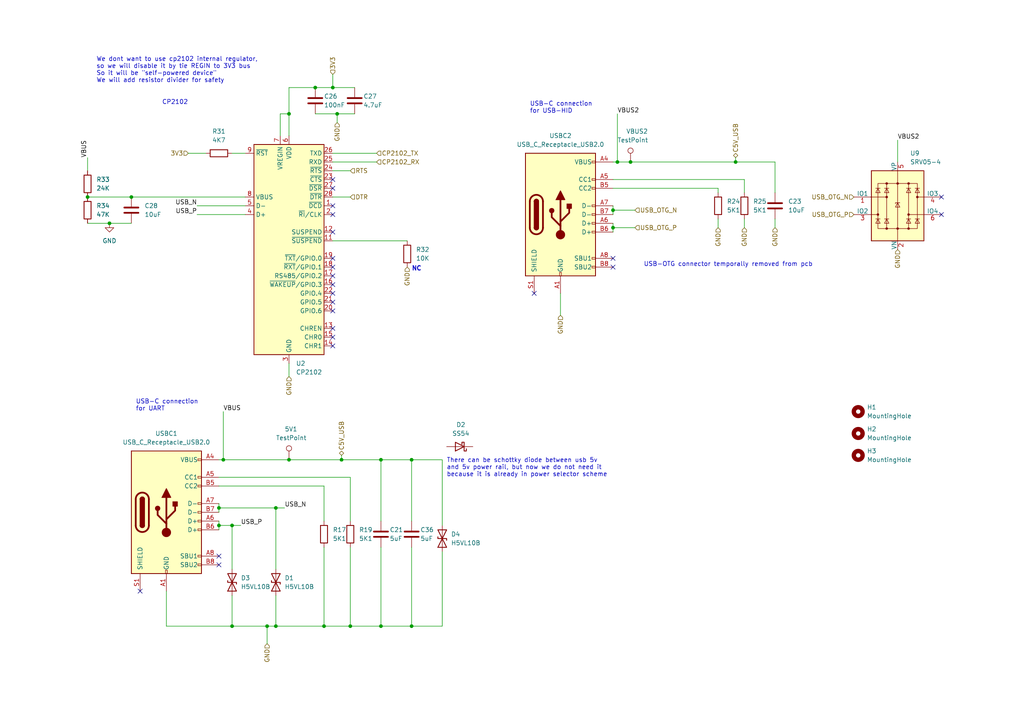
<source format=kicad_sch>
(kicad_sch (version 20230121) (generator eeschema)
  (paper "A4")
  (lib_symbols
    (symbol "Connector:TestPoint" (pin_numbers hide) (pin_names (offset 0.762) hide)
      (property "Reference" "TP" (at 0 6.858 0))
      (property "Value" "TestPoint" (at 0 5.08 0))
      (symbol "TestPoint_0_1"
        (circle (center 0 3.302) (radius 0.762))
      )
      (symbol "TestPoint_1_1"
        (pin passive line (at 0 0 90) (length 2.54) (name "1") (number "1"))
      )
    )
    (symbol "Connector:USB_C_Receptacle_USB2.0" (pin_names (offset 1.016))
      (property "Reference" "J" (at -10.16 19.05 0))
      (property "Value" "USB_C_Receptacle_USB2.0" (at 19.05 19.05 0))
      (symbol "USB_C_Receptacle_USB2.0_0_0"
        (rectangle (start -0.254 -17.78) (end 0.254 -16.764))
        (rectangle (start 10.16 -14.986) (end 9.144 -15.494))
        (rectangle (start 10.16 -12.446) (end 9.144 -12.954))
        (rectangle (start 10.16 -4.826) (end 9.144 -5.334))
        (rectangle (start 10.16 -2.286) (end 9.144 -2.794))
        (rectangle (start 10.16 0.254) (end 9.144 -0.254))
        (rectangle (start 10.16 2.794) (end 9.144 2.286))
        (rectangle (start 10.16 7.874) (end 9.144 7.366))
        (rectangle (start 10.16 10.414) (end 9.144 9.906))
        (rectangle (start 10.16 15.494) (end 9.144 14.986))
      )
      (symbol "USB_C_Receptacle_USB2.0_0_1"
        (rectangle (start -10.16 17.78) (end 10.16 -17.78) (stroke (width 0.254)) (fill (type background)))
        (arc (start -8.89 -3.81) (mid -6.985 -5.7067) (end -5.08 -3.81) (stroke (width 0.508)))
        (arc (start -7.62 -3.81) (mid -6.985 -4.4423) (end -6.35 -3.81) (stroke (width 0.254)))
        (arc (start -7.62 -3.81) (mid -6.985 -4.4423) (end -6.35 -3.81) (stroke (width 0.254)) (fill (type outline)))
        (rectangle (start -7.62 -3.81) (end -6.35 3.81) (stroke (width 0.254)) (fill (type outline)))
        (arc (start -6.35 3.81) (mid -6.985 4.4423) (end -7.62 3.81) (stroke (width 0.254)))
        (arc (start -6.35 3.81) (mid -6.985 4.4423) (end -7.62 3.81) (stroke (width 0.254)) (fill (type outline)))
        (arc (start -5.08 3.81) (mid -6.985 5.7067) (end -8.89 3.81) (stroke (width 0.508)))
        (circle (center -2.54 1.143) (radius 0.635) (stroke (width 0.254)) (fill (type outline)))
        (circle (center 0 -5.842) (radius 1.27) (fill (type outline)))
        (polyline (pts (xy -8.89 -3.81) (xy -8.89 3.81)) (stroke (width 0.508)))
        (polyline (pts (xy -5.08 3.81) (xy -5.08 -3.81)) (stroke (width 0.508)))
        (polyline (pts (xy 0 -5.842) (xy 0 4.318)) (stroke (width 0.508)))
        (polyline (pts (xy 0 -3.302) (xy -2.54 -0.762) (xy -2.54 0.508)) (stroke (width 0.508)))
        (polyline (pts (xy 0 -2.032) (xy 2.54 0.508) (xy 2.54 1.778)) (stroke (width 0.508)))
        (polyline (pts (xy -1.27 4.318) (xy 0 6.858) (xy 1.27 4.318) (xy -1.27 4.318)) (stroke (width 0.254)) (fill (type outline)))
        (rectangle (start 1.905 1.778) (end 3.175 3.048) (stroke (width 0.254)) (fill (type outline)))
      )
      (symbol "USB_C_Receptacle_USB2.0_1_1"
        (pin passive line (at 0 -22.86 90) (length 5.08) (name "GND") (number "A1"))
        (pin passive line (at 0 -22.86 90) (length 5.08) hide (name "GND") (number "A12"))
        (pin passive line (at 15.24 15.24 180) (length 5.08) (name "VBUS") (number "A4"))
        (pin bidirectional line (at 15.24 10.16 180) (length 5.08) (name "CC1") (number "A5"))
        (pin bidirectional line (at 15.24 -2.54 180) (length 5.08) (name "D+") (number "A6"))
        (pin bidirectional line (at 15.24 2.54 180) (length 5.08) (name "D-") (number "A7"))
        (pin bidirectional line (at 15.24 -12.7 180) (length 5.08) (name "SBU1") (number "A8"))
        (pin passive line (at 15.24 15.24 180) (length 5.08) hide (name "VBUS") (number "A9"))
        (pin passive line (at 0 -22.86 90) (length 5.08) hide (name "GND") (number "B1"))
        (pin passive line (at 0 -22.86 90) (length 5.08) hide (name "GND") (number "B12"))
        (pin passive line (at 15.24 15.24 180) (length 5.08) hide (name "VBUS") (number "B4"))
        (pin bidirectional line (at 15.24 7.62 180) (length 5.08) (name "CC2") (number "B5"))
        (pin bidirectional line (at 15.24 -5.08 180) (length 5.08) (name "D+") (number "B6"))
        (pin bidirectional line (at 15.24 0 180) (length 5.08) (name "D-") (number "B7"))
        (pin bidirectional line (at 15.24 -15.24 180) (length 5.08) (name "SBU2") (number "B8"))
        (pin passive line (at 15.24 15.24 180) (length 5.08) hide (name "VBUS") (number "B9"))
        (pin passive line (at -7.62 -22.86 90) (length 5.08) (name "SHIELD") (number "S1"))
      )
    )
    (symbol "Device:C" (pin_numbers hide) (pin_names (offset 0.254))
      (property "Reference" "C" (at 0.635 2.54 0))
      (property "Value" "C" (at 0.635 -2.54 0))
      (symbol "C_0_1"
        (polyline (pts (xy -2.032 -0.762) (xy 2.032 -0.762)) (stroke (width 0.508)))
        (polyline (pts (xy -2.032 0.762) (xy 2.032 0.762)) (stroke (width 0.508)))
      )
      (symbol "C_1_1"
        (pin passive line (at 0 3.81 270) (length 2.794) (name "~") (number "1"))
        (pin passive line (at 0 -3.81 90) (length 2.794) (name "~") (number "2"))
      )
    )
    (symbol "Device:D_TVS" (pin_numbers hide) (pin_names (offset 1.016) hide)
      (property "Reference" "D" (at 0 2.54 0))
      (property "Value" "D_TVS" (at 0 -2.54 0))
      (symbol "D_TVS_0_1"
        (polyline (pts (xy 1.27 0) (xy -1.27 0)))
        (polyline (pts (xy 0.508 1.27) (xy 0 1.27) (xy 0 -1.27) (xy -0.508 -1.27)) (stroke (width 0.254)))
        (polyline (pts (xy -2.54 1.27) (xy -2.54 -1.27) (xy 2.54 1.27) (xy 2.54 -1.27) (xy -2.54 1.27)) (stroke (width 0.254)))
      )
      (symbol "D_TVS_1_1"
        (pin passive line (at -3.81 0 0) (length 2.54) (name "A1") (number "1"))
        (pin passive line (at 3.81 0 180) (length 2.54) (name "A2") (number "2"))
      )
    )
    (symbol "Device:R" (pin_numbers hide) (pin_names (offset 0))
      (property "Reference" "R" (at 2.032 0 90))
      (property "Value" "R" (at 0 0 90))
      (symbol "R_0_1"
        (rectangle (start -1.016 -2.54) (end 1.016 2.54) (stroke (width 0.254)))
      )
      (symbol "R_1_1"
        (pin passive line (at 0 3.81 270) (length 1.27) (name "~") (number "1"))
        (pin passive line (at 0 -3.81 90) (length 1.27) (name "~") (number "2"))
      )
    )
    (symbol "Diode:1N5819" (pin_numbers hide) (pin_names (offset 1.016) hide)
      (property "Reference" "D" (at 0 2.54 0))
      (property "Value" "1N5819" (at 0 -2.54 0))
      (symbol "1N5819_0_1"
        (polyline (pts (xy 1.27 0) (xy -1.27 0)))
        (polyline (pts (xy 1.27 1.27) (xy 1.27 -1.27) (xy -1.27 0) (xy 1.27 1.27)) (stroke (width 0.254)))
        (polyline (pts (xy -1.905 0.635) (xy -1.905 1.27) (xy -1.27 1.27) (xy -1.27 -1.27) (xy -0.635 -1.27) (xy -0.635 -0.635)) (stroke (width 0.254)))
      )
      (symbol "1N5819_1_1"
        (pin passive line (at -3.81 0 0) (length 2.54) (name "K") (number "1"))
        (pin passive line (at 3.81 0 180) (length 2.54) (name "A") (number "2"))
      )
    )
    (symbol "Interface_USB:CP2102N-Axx-xQFN28"
      (property "Reference" "U" (at -8.89 31.75 0))
      (property "Value" "CP2102N-Axx-xQFN28" (at 12.7 31.75 0))
      (symbol "CP2102N-Axx-xQFN28_0_1"
        (rectangle (start -10.16 30.48) (end 10.16 -30.48) (stroke (width 0.254)) (fill (type background)))
      )
      (symbol "CP2102N-Axx-xQFN28_1_1"
        (pin input line (at 12.7 12.7 180) (length 2.54) (name "~{DCD}") (number "1"))
        (pin no_connect line (at -10.16 -27.94 0) (length 2.54) hide (name "NC") (number "10"))
        (pin output line (at 12.7 2.54 180) (length 2.54) (name "~{SUSPEND}") (number "11"))
        (pin output line (at 12.7 5.08 180) (length 2.54) (name "SUSPEND") (number "12"))
        (pin output line (at 12.7 -22.86 180) (length 2.54) (name "CHREN") (number "13"))
        (pin output line (at 12.7 -27.94 180) (length 2.54) (name "CHR1") (number "14"))
        (pin output line (at 12.7 -25.4 180) (length 2.54) (name "CHR0") (number "15"))
        (pin bidirectional line (at 12.7 -10.16 180) (length 2.54) (name "~{WAKEUP}/GPIO.3") (number "16"))
        (pin bidirectional line (at 12.7 -7.62 180) (length 2.54) (name "RS485/GPIO.2") (number "17"))
        (pin bidirectional line (at 12.7 -5.08 180) (length 2.54) (name "~{RXT}/GPIO.1") (number "18"))
        (pin bidirectional line (at 12.7 -2.54 180) (length 2.54) (name "~{TXT}/GPIO.0") (number "19"))
        (pin bidirectional line (at 12.7 10.16 180) (length 2.54) (name "~{RI}/CLK") (number "2"))
        (pin bidirectional line (at 12.7 -17.78 180) (length 2.54) (name "GPIO.6") (number "20"))
        (pin bidirectional line (at 12.7 -15.24 180) (length 2.54) (name "GPIO.5") (number "21"))
        (pin bidirectional line (at 12.7 -12.7 180) (length 2.54) (name "GPIO.4") (number "22"))
        (pin input line (at 12.7 20.32 180) (length 2.54) (name "~{CTS}") (number "23"))
        (pin output line (at 12.7 22.86 180) (length 2.54) (name "~{RTS}") (number "24"))
        (pin input line (at 12.7 25.4 180) (length 2.54) (name "RXD") (number "25"))
        (pin output line (at 12.7 27.94 180) (length 2.54) (name "TXD") (number "26"))
        (pin input line (at 12.7 17.78 180) (length 2.54) (name "~{DSR}") (number "27"))
        (pin output line (at 12.7 15.24 180) (length 2.54) (name "~{DTR}") (number "28"))
        (pin passive line (at 0 -33.02 90) (length 2.54) hide (name "GND") (number "29"))
        (pin power_in line (at 0 -33.02 90) (length 2.54) (name "GND") (number "3"))
        (pin bidirectional line (at -12.7 10.16 0) (length 2.54) (name "D+") (number "4"))
        (pin bidirectional line (at -12.7 12.7 0) (length 2.54) (name "D-") (number "5"))
        (pin power_in line (at 0 33.02 270) (length 2.54) (name "VDD") (number "6"))
        (pin power_in line (at -2.54 33.02 270) (length 2.54) (name "VREGIN") (number "7"))
        (pin input line (at -12.7 15.24 0) (length 2.54) (name "VBUS") (number "8"))
        (pin input line (at -12.7 27.94 0) (length 2.54) (name "~{RST}") (number "9"))
      )
    )
    (symbol "Mechanical:MountingHole" (pin_names (offset 1.016))
      (property "Reference" "H" (at 0 5.08 0))
      (property "Value" "MountingHole" (at 0 3.175 0))
      (symbol "MountingHole_0_1"
        (circle (center 0 0) (radius 1.27) (stroke (width 1.27)))
      )
    )
    (symbol "Power_Protection:SRV05-4" (pin_names (offset 0))
      (property "Reference" "U" (at -5.08 11.43 0))
      (property "Value" "SRV05-4" (at 2.54 11.43 0))
      (symbol "SRV05-4_0_0"
        (rectangle (start -5.715 6.477) (end 5.715 -6.604))
        (polyline (pts (xy -3.175 -6.604) (xy -3.175 6.477)))
        (polyline (pts (xy 3.175 6.477) (xy 3.175 -6.604)))
      )
      (symbol "SRV05-4_0_1"
        (rectangle (start -7.62 10.16) (end 7.62 -10.16) (stroke (width 0.254)) (fill (type background)))
        (circle (center -5.715 -2.54) (radius 0.2794) (fill (type outline)))
        (circle (center -3.175 -6.604) (radius 0.2794) (fill (type outline)))
        (circle (center -3.175 2.54) (radius 0.2794) (fill (type outline)))
        (circle (center -3.175 6.477) (radius 0.2794) (fill (type outline)))
        (circle (center 0 -6.604) (radius 0.2794) (fill (type outline)))
        (polyline (pts (xy -7.747 2.54) (xy -3.175 2.54)))
        (polyline (pts (xy -7.62 -2.54) (xy -5.715 -2.54)))
        (polyline (pts (xy -5.08 -3.81) (xy -6.35 -3.81)))
        (polyline (pts (xy -5.08 5.08) (xy -6.35 5.08)))
        (polyline (pts (xy -2.54 -3.81) (xy -3.81 -3.81)))
        (polyline (pts (xy -2.54 5.08) (xy -3.81 5.08)))
        (polyline (pts (xy 0 10.16) (xy 0 -10.16)))
        (polyline (pts (xy 3.81 -3.81) (xy 2.54 -3.81)))
        (polyline (pts (xy 3.81 5.08) (xy 2.54 5.08)))
        (polyline (pts (xy 6.35 -3.81) (xy 5.08 -3.81)))
        (polyline (pts (xy 6.35 5.08) (xy 5.08 5.08)))
        (polyline (pts (xy 7.62 -2.54) (xy 3.175 -2.54)))
        (polyline (pts (xy 7.62 2.54) (xy 5.715 2.54)))
        (polyline (pts (xy 0.635 0.889) (xy -0.635 0.889) (xy -0.635 0.635)))
        (polyline (pts (xy -5.08 -5.08) (xy -6.35 -5.08) (xy -5.715 -3.81) (xy -5.08 -5.08)))
        (polyline (pts (xy -5.08 3.81) (xy -6.35 3.81) (xy -5.715 5.08) (xy -5.08 3.81)))
        (polyline (pts (xy -2.54 -5.08) (xy -3.81 -5.08) (xy -3.175 -3.81) (xy -2.54 -5.08)))
        (polyline (pts (xy -2.54 3.81) (xy -3.81 3.81) (xy -3.175 5.08) (xy -2.54 3.81)))
        (polyline (pts (xy 0.635 -0.381) (xy -0.635 -0.381) (xy 0 0.889) (xy 0.635 -0.381)))
        (polyline (pts (xy 3.81 -5.08) (xy 2.54 -5.08) (xy 3.175 -3.81) (xy 3.81 -5.08)))
        (polyline (pts (xy 3.81 3.81) (xy 2.54 3.81) (xy 3.175 5.08) (xy 3.81 3.81)))
        (polyline (pts (xy 6.35 -5.08) (xy 5.08 -5.08) (xy 5.715 -3.81) (xy 6.35 -5.08)))
        (polyline (pts (xy 6.35 3.81) (xy 5.08 3.81) (xy 5.715 5.08) (xy 6.35 3.81)))
        (circle (center 0 6.477) (radius 0.2794) (fill (type outline)))
        (circle (center 3.175 -6.604) (radius 0.2794) (fill (type outline)))
        (circle (center 3.175 -2.54) (radius 0.2794) (fill (type outline)))
        (circle (center 3.175 6.477) (radius 0.2794) (fill (type outline)))
        (circle (center 5.715 2.54) (radius 0.2794) (fill (type outline)))
      )
      (symbol "SRV05-4_1_1"
        (pin passive line (at -12.7 2.54 0) (length 5.08) (name "IO1") (number "1"))
        (pin passive line (at 0 -12.7 90) (length 2.54) (name "VN") (number "2"))
        (pin passive line (at -12.7 -2.54 0) (length 5.08) (name "IO2") (number "3"))
        (pin passive line (at 12.7 2.54 180) (length 5.08) (name "IO3") (number "4"))
        (pin passive line (at 0 12.7 270) (length 2.54) (name "VP") (number "5"))
        (pin passive line (at 12.7 -2.54 180) (length 5.08) (name "IO4") (number "6"))
      )
    )
    (symbol "power:GND" (power) (pin_names (offset 0))
      (property "Value" "GND" (at 0 -3.81 0))
      (symbol "GND_0_1"
        (polyline (pts (xy 0 0) (xy 0 -1.27) (xy 1.27 -1.27) (xy 0 -2.54) (xy -1.27 -1.27) (xy 0 -1.27)))
      )
      (symbol "GND_1_1"
        (pin power_in line (at 0 0 270) (length 0) hide (name "GND") (number "1"))
      )
    )
  )
  (junction (at 80.01 147.32))
  (junction (at 110.49 133.35))
  (junction (at 83.82 133.35))
  (junction (at 80.01 181.61))
  (junction (at 63.5 152.4))
  (junction (at 97.79 33.02))
  (junction (at 93.98 181.61))
  (junction (at 119.38 181.61))
  (junction (at 213.36 46.99))
  (junction (at 91.44 25.4))
  (junction (at 63.5 147.32))
  (junction (at 179.07 46.99))
  (junction (at 119.38 133.35))
  (junction (at 25.4 57.15))
  (junction (at 67.31 181.61))
  (junction (at 99.06 133.35))
  (junction (at 64.77 133.35))
  (junction (at 96.52 25.4))
  (junction (at 67.31 152.4))
  (junction (at 31.75 64.77))
  (junction (at 177.8 66.04))
  (junction (at 182.88 46.99))
  (junction (at 177.8 60.96))
  (junction (at 110.49 181.61))
  (junction (at 77.47 181.61))
  (junction (at 38.1 57.15))
  (junction (at 83.82 33.02))
  (junction (at 101.6 181.61))
  (no_connect (at 177.8 77.47))
  (no_connect (at 96.52 54.61))
  (no_connect (at 177.8 74.93))
  (no_connect (at 96.52 85.09))
  (no_connect (at 63.5 161.29))
  (no_connect (at 154.94 85.09))
  (no_connect (at 40.64 171.45))
  (no_connect (at 96.52 100.33))
  (no_connect (at 96.52 59.69))
  (no_connect (at 96.52 52.07))
  (no_connect (at 96.52 90.17))
  (no_connect (at 63.5 163.83))
  (no_connect (at 273.05 62.23))
  (no_connect (at 273.05 57.15))
  (no_connect (at 96.52 74.93))
  (no_connect (at 96.52 97.79))
  (no_connect (at 96.52 82.55))
  (no_connect (at 96.52 67.31))
  (no_connect (at 96.52 62.23))
  (no_connect (at 96.52 95.25))
  (no_connect (at 96.52 87.63))
  (no_connect (at 96.52 80.01))
  (no_connect (at 96.52 77.47))
  (wire (pts (xy 101.6 158.75) (xy 101.6 181.61)))
  (wire (pts (xy 63.5 147.32) (xy 63.5 148.59)))
  (wire (pts (xy 182.88 46.99) (xy 213.36 46.99)))
  (wire (pts (xy 80.01 172.72) (xy 80.01 181.61)))
  (wire (pts (xy 102.87 25.4) (xy 96.52 25.4)))
  (wire (pts (xy 77.47 181.61) (xy 80.01 181.61)))
  (wire (pts (xy 110.49 133.35) (xy 119.38 133.35)))
  (wire (pts (xy 128.27 160.02) (xy 128.27 181.61)))
  (wire (pts (xy 128.27 133.35) (xy 128.27 152.4)))
  (wire (pts (xy 208.28 63.5) (xy 208.28 66.04)))
  (wire (pts (xy 162.56 85.09) (xy 162.56 91.44)))
  (wire (pts (xy 83.82 33.02) (xy 83.82 39.37)))
  (wire (pts (xy 25.4 45.72) (xy 25.4 49.53)))
  (wire (pts (xy 64.77 119.38) (xy 64.77 133.35)))
  (wire (pts (xy 83.82 25.4) (xy 83.82 33.02)))
  (wire (pts (xy 101.6 138.43) (xy 63.5 138.43)))
  (wire (pts (xy 96.52 57.15) (xy 101.6 57.15)))
  (wire (pts (xy 64.77 133.35) (xy 83.82 133.35)))
  (wire (pts (xy 57.15 59.69) (xy 71.12 59.69)))
  (wire (pts (xy 96.52 44.45) (xy 109.22 44.45)))
  (wire (pts (xy 80.01 147.32) (xy 82.55 147.32)))
  (wire (pts (xy 179.07 33.02) (xy 179.07 46.99)))
  (wire (pts (xy 67.31 152.4) (xy 69.85 152.4)))
  (wire (pts (xy 215.9 63.5) (xy 215.9 66.04)))
  (wire (pts (xy 25.4 64.77) (xy 31.75 64.77)))
  (wire (pts (xy 215.9 55.88) (xy 215.9 52.07)))
  (wire (pts (xy 80.01 181.61) (xy 93.98 181.61)))
  (wire (pts (xy 177.8 46.99) (xy 179.07 46.99)))
  (wire (pts (xy 177.8 66.04) (xy 184.15 66.04)))
  (wire (pts (xy 48.26 181.61) (xy 67.31 181.61)))
  (wire (pts (xy 128.27 181.61) (xy 119.38 181.61)))
  (wire (pts (xy 91.44 33.02) (xy 97.79 33.02)))
  (wire (pts (xy 93.98 140.97) (xy 63.5 140.97)))
  (wire (pts (xy 31.75 64.77) (xy 38.1 64.77)))
  (wire (pts (xy 25.4 57.15) (xy 38.1 57.15)))
  (wire (pts (xy 96.52 69.85) (xy 118.11 69.85)))
  (wire (pts (xy 97.79 33.02) (xy 97.79 35.56)))
  (wire (pts (xy 57.15 62.23) (xy 71.12 62.23)))
  (wire (pts (xy 119.38 158.75) (xy 119.38 181.61)))
  (wire (pts (xy 63.5 151.13) (xy 63.5 152.4)))
  (wire (pts (xy 96.52 46.99) (xy 109.22 46.99)))
  (wire (pts (xy 177.8 60.96) (xy 177.8 62.23)))
  (wire (pts (xy 119.38 133.35) (xy 128.27 133.35)))
  (wire (pts (xy 96.52 49.53) (xy 101.6 49.53)))
  (wire (pts (xy 54.61 44.45) (xy 59.69 44.45)))
  (wire (pts (xy 97.79 33.02) (xy 102.87 33.02)))
  (wire (pts (xy 119.38 133.35) (xy 119.38 151.13)))
  (wire (pts (xy 96.52 21.59) (xy 96.52 25.4)))
  (wire (pts (xy 110.49 158.75) (xy 110.49 181.61)))
  (wire (pts (xy 177.8 60.96) (xy 184.15 60.96)))
  (wire (pts (xy 260.35 40.64) (xy 260.35 46.99)))
  (wire (pts (xy 81.28 33.02) (xy 83.82 33.02)))
  (wire (pts (xy 48.26 171.45) (xy 48.26 181.61)))
  (wire (pts (xy 101.6 181.61) (xy 110.49 181.61)))
  (wire (pts (xy 63.5 146.05) (xy 63.5 147.32)))
  (wire (pts (xy 110.49 133.35) (xy 99.06 133.35)))
  (wire (pts (xy 63.5 152.4) (xy 67.31 152.4)))
  (wire (pts (xy 93.98 158.75) (xy 93.98 181.61)))
  (wire (pts (xy 63.5 133.35) (xy 64.77 133.35)))
  (wire (pts (xy 215.9 52.07) (xy 177.8 52.07)))
  (wire (pts (xy 81.28 39.37) (xy 81.28 33.02)))
  (wire (pts (xy 224.79 55.88) (xy 224.79 46.99)))
  (wire (pts (xy 83.82 25.4) (xy 91.44 25.4)))
  (wire (pts (xy 224.79 63.5) (xy 224.79 66.04)))
  (wire (pts (xy 179.07 46.99) (xy 182.88 46.99)))
  (wire (pts (xy 67.31 181.61) (xy 77.47 181.61)))
  (wire (pts (xy 83.82 105.41) (xy 83.82 109.22)))
  (wire (pts (xy 67.31 44.45) (xy 71.12 44.45)))
  (wire (pts (xy 224.79 46.99) (xy 213.36 46.99)))
  (wire (pts (xy 99.06 132.08) (xy 99.06 133.35)))
  (wire (pts (xy 93.98 181.61) (xy 101.6 181.61)))
  (wire (pts (xy 67.31 172.72) (xy 67.31 181.61)))
  (wire (pts (xy 93.98 151.13) (xy 93.98 140.97)))
  (wire (pts (xy 208.28 55.88) (xy 208.28 54.61)))
  (wire (pts (xy 77.47 181.61) (xy 77.47 186.69)))
  (wire (pts (xy 99.06 133.35) (xy 83.82 133.35)))
  (wire (pts (xy 177.8 59.69) (xy 177.8 60.96)))
  (wire (pts (xy 63.5 152.4) (xy 63.5 153.67)))
  (wire (pts (xy 208.28 54.61) (xy 177.8 54.61)))
  (wire (pts (xy 80.01 147.32) (xy 80.01 165.1)))
  (wire (pts (xy 67.31 152.4) (xy 67.31 165.1)))
  (wire (pts (xy 177.8 66.04) (xy 177.8 67.31)))
  (wire (pts (xy 91.44 25.4) (xy 96.52 25.4)))
  (wire (pts (xy 119.38 181.61) (xy 110.49 181.61)))
  (wire (pts (xy 213.36 45.72) (xy 213.36 46.99)))
  (wire (pts (xy 110.49 151.13) (xy 110.49 133.35)))
  (wire (pts (xy 177.8 64.77) (xy 177.8 66.04)))
  (wire (pts (xy 63.5 147.32) (xy 80.01 147.32)))
  (wire (pts (xy 101.6 151.13) (xy 101.6 138.43)))
  (wire (pts (xy 38.1 57.15) (xy 71.12 57.15)))
  (text "We dont want to use cp2102 internal regulator, \nso we will disable it by tie REGIN to 3V3 bus\nSo it will be \"self-powered device\"\nWe will add resistor divider for safety" (at 27.94 24.13 0) (effects (font (size 1.27 1.27)) (justify left bottom)))
  (text "CP2102" (at 46.99 30.48 0) (effects (font (size 1.27 1.27)) (justify left bottom)))
  (text "USB-C connection\nfor USB-HID" (at 153.67 33.02 0) (effects (font (size 1.27 1.27)) (justify left bottom)))
  (text "USB-OTG connector temporally removed from pcb" (at 186.69 77.47 0) (effects (font (size 1.27 1.27)) (justify left bottom)))
  (text "USB-C connection\nfor UART" (at 39.37 119.38 0) (effects (font (size 1.27 1.27)) (justify left bottom)))
  (text "NC" (at 119.38 78.74 0) (effects (font (size 1.27 1.27) (thickness 0.254) bold) (justify left bottom)))
  (text "There can be schottky diode between usb 5v \nand 5v power rail, but now we do not need it\nbecause it is already in power selector scheme" (at 129.54 138.43 0) (effects (font (size 1.27 1.27)) (justify left bottom)))
  (label "VBUS2" (at 179.07 33.02 0))
  (label "USB_N" (at 82.55 147.32 0))
  (label "USB_N" (at 57.15 59.69 180))
  (label "VBUS" (at 25.4 45.72 90))
  (label "VBUS2" (at 260.35 40.64 0))
  (label "VBUS" (at 64.77 119.38 0))
  (label "USB_P" (at 57.15 62.23 180))
  (label "USB_P" (at 69.85 152.4 0))
  (hierarchical_label "RTS" (shape input) (at 101.6 49.53 0))
  (hierarchical_label "CP2102_RX" (shape input) (at 109.22 46.99 0))
  (hierarchical_label "CP2102_TX" (shape input) (at 109.22 44.45 0))
  (hierarchical_label "GND" (shape input) (at 208.28 66.04 270))
  (hierarchical_label "USB_OTG_N" (shape input) (at 247.65 57.15 180))
  (hierarchical_label "C5V_USB" (shape bidirectional) (at 213.36 45.72 90))
  (hierarchical_label "USB_OTG_P" (shape input) (at 247.65 62.23 180))
  (hierarchical_label "3V3" (shape input) (at 54.61 44.45 180))
  (hierarchical_label "GND" (shape input) (at 215.9 66.04 270))
  (hierarchical_label "C5V_USB" (shape bidirectional) (at 99.06 132.08 90))
  (hierarchical_label "GND" (shape input) (at 97.79 35.56 270))
  (hierarchical_label "USB_OTG_P" (shape input) (at 184.15 66.04 0))
  (hierarchical_label "GND" (shape input) (at 77.47 186.69 270))
  (hierarchical_label "GND" (shape input) (at 83.82 109.22 270))
  (hierarchical_label "GND" (shape input) (at 162.56 91.44 270))
  (hierarchical_label "GND" (shape input) (at 118.11 77.47 270))
  (hierarchical_label "DTR" (shape input) (at 101.6 57.15 0))
  (hierarchical_label "GND" (shape input) (at 224.79 66.04 270))
  (hierarchical_label "GND" (shape input) (at 260.35 72.39 270))
  (hierarchical_label "3V3" (shape input) (at 96.52 21.59 90))
  (hierarchical_label "USB_OTG_N" (shape input) (at 184.15 60.96 0))
  (symbol (lib_id "Connector:TestPoint") (at 182.88 46.99 0) (unit 1) (in_bom no) (on_board no)
    (property "Reference" "VBUS2" (at 181.61 38.1 0) (effects (justify left)))
    (property "Value" "TestPoint" (at 179.07 40.64 0) (effects (justify left)))
    (property "Footprint" "TestPoint:TestPoint_Pad_2.0x2.0mm" (effects hide))
    (instances (project "grip_strength_meter" (path "" (reference "VBUS2") (unit 1))) (project "usbc_cp2102" (path "" (reference "VBUS1") (unit 1))))
  )
  (symbol (lib_id "Device:C") (at 91.44 29.21 0) (unit 1)
    (property "Reference" "C26" (at 93.98 27.94 0) (effects (justify left)))
    (property "Value" "100nF" (at 93.98 30.48 0) (effects (justify left)))
    (property "Footprint" "Capacitor_SMD:C_0805_2012Metric" (effects hide))
    (instances (project "grip_strength_meter" (path "" (reference "C26") (unit 1))) (project "usbc_cp2102" (path "" (reference "C12") (unit 1))))
  )
  (symbol (lib_id "Connector:TestPoint") (at 83.82 133.35 0) (unit 1) (in_bom no)
    (property "Reference" "5V1" (at 82.55 124.46 0) (effects (justify left)))
    (property "Value" "TestPoint" (at 80.01 127 0) (effects (justify left)))
    (property "Footprint" "TestPoint:TestPoint_Pad_1.0x1.0mm" (effects hide))
  )
  (symbol (lib_id "Device:D_TVS") (at 80.01 168.91 90) (unit 1)
    (property "Reference" "D1" (at 82.55 167.64 90) (effects (justify right)))
    (property "Value" "H5VL10B" (at 82.55 170.18 90) (effects (justify right)))
    (property "Footprint" "PMEG2005AEL_315:DIODFN2_98X58X50L26X51N" (effects hide))
  )
  (symbol (lib_id "Mechanical:MountingHole") (at 248.92 119.38 0) (unit 1)
    (property "Reference" "H1" (at 251.46 118.11 0) (effects (justify left)))
    (property "Value" "MountingHole" (at 251.46 120.65 0) (effects (justify left)))
    (property "Footprint" "MountingHole:MountingHole_2.7mm_M2.5_ISO7380" (effects hide))
  )
  (symbol (lib_id "Device:R") (at 25.4 53.34 180) (unit 1)
    (property "Reference" "R33" (at 27.94 52.0699 0) (effects (justify right)))
    (property "Value" "24K" (at 27.94 54.6099 0) (effects (justify right)))
    (property "Footprint" "Resistor_SMD:R_0805_2012Metric" (effects hide))
    (instances (project "grip_strength_meter" (path "" (reference "R33") (unit 1))) (project "usbc_cp2102" (path "" (reference "R16") (unit 1))))
  )
  (symbol (lib_id "Mechanical:MountingHole") (at 248.92 132.08 0) (unit 1)
    (property "Reference" "H3" (at 251.46 130.81 0) (effects (justify left)))
    (property "Value" "MountingHole" (at 251.46 133.35 0) (effects (justify left)))
    (property "Footprint" "MountingHole:MountingHole_2.7mm_M2.5_ISO7380" (effects hide))
  )
  (symbol (lib_id "Device:C") (at 110.49 154.94 0) (unit 1)
    (property "Reference" "C21" (at 113.03 153.67 0) (effects (justify left)))
    (property "Value" "5uF" (at 113.03 156.21 0) (effects (justify left)))
    (property "Footprint" "Capacitor_SMD:C_0805_2012Metric" (effects hide))
    (instances (project "grip_strength_meter" (path "" (reference "C21") (unit 1))) (project "usbc_cp2102" (path "" (reference "C9") (unit 1))))
  )
  (symbol (lib_id "Device:C") (at 102.87 29.21 0) (unit 1)
    (property "Reference" "C27" (at 105.41 27.94 0) (effects (justify left)))
    (property "Value" "4.7uF" (at 105.41 30.48 0) (effects (justify left)))
    (property "Footprint" "Capacitor_SMD:C_0805_2012Metric" (effects hide))
    (instances (project "grip_strength_meter" (path "" (reference "C27") (unit 1))) (project "usbc_cp2102" (path "" (reference "C13") (unit 1))))
  )
  (symbol (lib_id "Power_Protection:SRV05-4") (at 260.35 59.69 0) (unit 1) (in_bom no) (on_board no)
    (property "Reference" "U9" (at 263.9761 44.45 0) (effects (justify left)))
    (property "Value" "SRV05-4" (at 263.9761 46.99 0) (effects (justify left)))
    (property "Footprint" "Package_TO_SOT_SMD:SOT-23-6" (effects hide))
    (property "Datasheet" "http://www.onsemi.com/pub/Collateral/SRV05-4-D.PDF" (effects hide))
  )
  (symbol (lib_id "Mechanical:MountingHole") (at 248.92 125.73 0) (unit 1)
    (property "Reference" "H2" (at 251.46 124.46 0) (effects (justify left)))
    (property "Value" "MountingHole" (at 251.46 127 0) (effects (justify left)))
    (property "Footprint" "MountingHole:MountingHole_2.7mm_M2.5_ISO7380" (effects hide))
  )
  (symbol (lib_id "Device:C") (at 38.1 60.96 0) (unit 1)
    (property "Reference" "C28" (at 41.91 59.6899 0) (effects (justify left)))
    (property "Value" "10uF" (at 41.91 62.2299 0) (effects (justify left)))
    (property "Footprint" "Capacitor_SMD:C_0805_2012Metric" (effects hide))
    (instances (project "grip_strength_meter" (path "" (reference "C28") (unit 1))) (project "usbc_cp2102" (path "" (reference "C11") (unit 1))))
  )
  (symbol (lib_id "Device:R") (at 25.4 60.96 180) (unit 1)
    (property "Reference" "R34" (at 27.94 59.6899 0) (effects (justify right)))
    (property "Value" "47K" (at 27.94 62.2299 0) (effects (justify right)))
    (property "Footprint" "Resistor_SMD:R_0805_2012Metric" (effects hide))
    (instances (project "grip_strength_meter" (path "" (reference "R34") (unit 1))) (project "usbc_cp2102" (path "" (reference "R17") (unit 1))))
  )
  (symbol (lib_id "Device:D_TVS") (at 67.31 168.91 90) (unit 1)
    (property "Reference" "D3" (at 69.85 167.64 90) (effects (justify right)))
    (property "Value" "H5VL10B" (at 69.85 170.18 90) (effects (justify right)))
    (property "Footprint" "PMEG2005AEL_315:DIODFN2_98X58X50L26X51N" (effects hide))
  )
  (symbol (lib_id "Device:C") (at 224.79 59.69 0) (unit 1) (in_bom no) (on_board no)
    (property "Reference" "C23" (at 228.6 58.4199 0) (effects (justify left)))
    (property "Value" "10uF" (at 228.6 60.9599 0) (effects (justify left)))
    (property "Footprint" "Capacitor_SMD:C_0805_2012Metric" (effects hide))
    (instances (project "grip_strength_meter" (path "" (reference "C23") (unit 1))) (project "usbc_cp2102" (path "" (reference "C9") (unit 1))))
  )
  (symbol (lib_id "Device:C") (at 119.38 154.94 0) (unit 1)
    (property "Reference" "C36" (at 121.92 153.67 0) (effects (justify left)))
    (property "Value" "5uF" (at 121.92 156.21 0) (effects (justify left)))
    (property "Footprint" "Capacitor_SMD:C_0805_2012Metric" (effects hide))
  )
  (symbol (lib_id "Device:R") (at 118.11 73.66 0) (unit 1) (in_bom no)
    (property "Reference" "R32" (at 120.65 72.3899 0) (effects (justify left)))
    (property "Value" "10K" (at 120.65 74.9299 0) (effects (justify left)))
    (property "Footprint" "Resistor_SMD:R_0805_2012Metric" (effects hide))
    (instances (project "grip_strength_meter" (path "" (reference "R32") (unit 1))) (project "usbc_cp2102" (path "" (reference "R19") (unit 1))))
  )
  (symbol (lib_id "Connector:USB_C_Receptacle_USB2.0") (at 162.56 62.23 0) (unit 1) (in_bom no) (on_board no)
    (property "Reference" "USBC2" (at 162.56 39.37 0))
    (property "Value" "USB_C_Receptacle_USB2.0" (at 162.56 41.91 0))
    (property "Footprint" "Connector_USB:USB_C_Receptacle_HRO_TYPE-C-31-M-12" (effects hide))
    (property "Datasheet" "https://www.usb.org/sites/default/files/documents/usb_type-c.zip" (effects hide))
    (instances (project "grip_strength_meter" (path "" (reference "USBC2") (unit 1))) (project "usbc_cp2102" (path "" (reference "USBC1") (unit 1))))
  )
  (symbol (lib_id "Device:R") (at 101.6 154.94 0) (unit 1)
    (property "Reference" "R19" (at 104.14 153.6699 0) (effects (justify left)))
    (property "Value" "5K1" (at 104.14 156.2099 0) (effects (justify left)))
    (property "Footprint" "Resistor_SMD:R_0805_2012Metric" (effects hide))
    (instances (project "grip_strength_meter" (path "" (reference "R19") (unit 1))) (project "usbc_cp2102" (path "" (reference "R12") (unit 1))))
  )
  (symbol (lib_id "Device:R") (at 215.9 59.69 0) (unit 1) (in_bom no) (on_board no)
    (property "Reference" "R25" (at 218.44 58.4199 0) (effects (justify left)))
    (property "Value" "5K1" (at 218.44 60.9599 0) (effects (justify left)))
    (property "Footprint" "Resistor_SMD:R_0805_2012Metric" (effects hide))
    (instances (project "grip_strength_meter" (path "" (reference "R25") (unit 1))) (project "usbc_cp2102" (path "" (reference "R12") (unit 1))))
  )
  (symbol (lib_id "Device:R") (at 93.98 154.94 0) (unit 1)
    (property "Reference" "R17" (at 96.52 153.6699 0) (effects (justify left)))
    (property "Value" "5K1" (at 96.52 156.2099 0) (effects (justify left)))
    (property "Footprint" "Resistor_SMD:R_0805_2012Metric" (effects hide))
    (instances (project "grip_strength_meter" (path "" (reference "R17") (unit 1))) (project "usbc_cp2102" (path "" (reference "R10") (unit 1))))
  )
  (symbol (lib_id "Device:R") (at 63.5 44.45 90) (unit 1)
    (property "Reference" "R31" (at 63.5 38.1 90))
    (property "Value" "4K7" (at 63.5 40.64 90))
    (property "Footprint" "Resistor_SMD:R_0805_2012Metric" (effects hide))
    (instances (project "grip_strength_meter" (path "" (reference "R31") (unit 1))) (project "usbc_cp2102" (path "" (reference "R18") (unit 1))))
  )
  (symbol (lib_id "Diode:1N5819") (at 133.35 129.54 180) (unit 1) (in_bom no) (on_board no)
    (property "Reference" "D2" (at 133.6675 123.19 0))
    (property "Value" "SS54" (at 133.6675 125.73 0))
    (property "Footprint" "Diode_SMD:D_SMA" (effects hide))
    (property "Datasheet" "http://www.vishay.com/docs/88525/1n5817.pdf" (effects hide))
  )
  (symbol (lib_id "Interface_USB:CP2102N-Axx-xQFN28") (at 83.82 72.39 0) (unit 1)
    (property "Reference" "U2" (at 85.8394 105.41 0) (effects (justify left)))
    (property "Value" "CP2102" (at 85.8394 107.95 0) (effects (justify left)))
    (property "Footprint" "Package_DFN_QFN:QFN-28-1EP_5x5mm_P0.5mm_EP3.35x3.35mm" (effects hide))
    (property "Datasheet" "https://www.silabs.com/documents/public/data-sheets/cp2102n-datasheet.pdf" (effects hide))
  )
  (symbol (lib_id "Device:R") (at 208.28 59.69 0) (unit 1) (in_bom no) (on_board no)
    (property "Reference" "R24" (at 210.82 58.4199 0) (effects (justify left)))
    (property "Value" "5K1" (at 210.82 60.9599 0) (effects (justify left)))
    (property "Footprint" "Resistor_SMD:R_0805_2012Metric" (effects hide))
    (instances (project "grip_strength_meter" (path "" (reference "R24") (unit 1))) (project "usbc_cp2102" (path "" (reference "R10") (unit 1))))
  )
  (symbol (lib_id "Device:D_TVS") (at 128.27 156.21 90) (unit 1)
    (property "Reference" "D4" (at 130.81 154.94 90) (effects (justify right)))
    (property "Value" "H5VL10B" (at 130.81 157.48 90) (effects (justify right)))
    (property "Footprint" "PMEG2005AEL_315:DIODFN2_98X58X50L26X51N" (effects hide))
  )
  (symbol (lib_id "power:GND") (at 31.75 64.77 0) (unit 1)
    (property "Reference" "#PWR01" (effects hide))
    (property "Value" "GND" (at 31.75 69.85 0))
    (instances (project "grip_strength_meter" (path "" (reference "#PWR01") (unit 1))) (project "usbc_cp2102" (path "" (reference "#PWR0130") (unit 1))))
  )
  (symbol (lib_id "Connector:USB_C_Receptacle_USB2.0") (at 48.26 148.59 0) (unit 1)
    (property "Reference" "USBC1" (at 48.26 125.73 0))
    (property "Value" "USB_C_Receptacle_USB2.0" (at 48.26 128.27 0))
    (property "Footprint" "Connector_USB:USB_C_Receptacle_HRO_TYPE-C-31-M-12" (effects hide))
    (property "Datasheet" "https://www.usb.org/sites/default/files/documents/usb_type-c.zip" (effects hide))
  )
)
</source>
